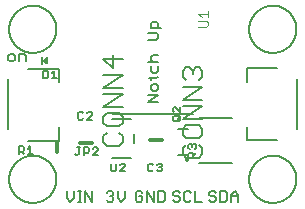
<source format=gbr>
G04 EAGLE Gerber RS-274X export*
G75*
%MOMM*%
%FSLAX34Y34*%
%LPD*%
%INSilkscreen Top*%
%IPPOS*%
%AMOC8*
5,1,8,0,0,1.08239X$1,22.5*%
G01*
%ADD10C,0.152400*%
%ADD11C,0.127000*%
%ADD12C,0.304800*%
%ADD13C,0.203200*%
%ADD14R,0.127000X0.762000*%
%ADD15C,0.101600*%

G36*
X-89642Y-3298D02*
X-89642Y-3298D01*
X-89623Y-3300D01*
X-89531Y-3280D01*
X-89438Y-3268D01*
X-89429Y-3263D01*
X-89419Y-3261D01*
X-89402Y-3252D01*
X-89382Y-3248D01*
X-89302Y-3200D01*
X-89218Y-3158D01*
X-89211Y-3151D01*
X-89202Y-3146D01*
X-89188Y-3132D01*
X-89171Y-3122D01*
X-89110Y-3050D01*
X-89044Y-2984D01*
X-89039Y-2975D01*
X-89033Y-2968D01*
X-89024Y-2950D01*
X-89011Y-2935D01*
X-88976Y-2848D01*
X-88934Y-2764D01*
X-88933Y-2754D01*
X-88929Y-2745D01*
X-88927Y-2725D01*
X-88919Y-2707D01*
X-88901Y-2540D01*
X-88901Y2540D01*
X-88906Y2569D01*
X-88903Y2599D01*
X-88925Y2690D01*
X-88941Y2783D01*
X-88954Y2809D01*
X-88961Y2838D01*
X-89012Y2917D01*
X-89056Y3000D01*
X-89077Y3021D01*
X-89093Y3046D01*
X-89166Y3105D01*
X-89234Y3170D01*
X-89261Y3182D01*
X-89284Y3201D01*
X-89372Y3234D01*
X-89457Y3273D01*
X-89487Y3276D01*
X-89514Y3287D01*
X-89608Y3290D01*
X-89701Y3300D01*
X-89731Y3294D01*
X-89760Y3295D01*
X-89850Y3268D01*
X-89942Y3248D01*
X-89967Y3233D01*
X-89996Y3224D01*
X-90138Y3134D01*
X-93313Y594D01*
X-93382Y517D01*
X-93455Y444D01*
X-93464Y427D01*
X-93477Y412D01*
X-93519Y316D01*
X-93565Y224D01*
X-93567Y204D01*
X-93575Y186D01*
X-93584Y83D01*
X-93598Y-20D01*
X-93594Y-39D01*
X-93596Y-59D01*
X-93571Y-160D01*
X-93552Y-262D01*
X-93542Y-279D01*
X-93538Y-298D01*
X-93482Y-386D01*
X-93431Y-476D01*
X-93414Y-493D01*
X-93406Y-506D01*
X-93381Y-526D01*
X-93313Y-594D01*
X-90138Y-3134D01*
X-90112Y-3149D01*
X-90090Y-3170D01*
X-90072Y-3178D01*
X-90057Y-3191D01*
X-89988Y-3219D01*
X-89923Y-3255D01*
X-89894Y-3261D01*
X-89867Y-3273D01*
X-89847Y-3275D01*
X-89829Y-3283D01*
X-89706Y-3296D01*
X-89682Y-3301D01*
X-89674Y-3300D01*
X-89662Y-3301D01*
X-89642Y-3298D01*
G37*
D10*
X-72672Y-110610D02*
X-72672Y-116372D01*
X-69790Y-119253D01*
X-66909Y-116372D01*
X-66909Y-110610D01*
X-63316Y-119253D02*
X-60435Y-119253D01*
X-61876Y-119253D02*
X-61876Y-110610D01*
X-63316Y-110610D02*
X-60435Y-110610D01*
X-57080Y-110610D02*
X-57080Y-119253D01*
X-51317Y-119253D02*
X-57080Y-110610D01*
X-51317Y-110610D02*
X-51317Y-119253D01*
X-39073Y-112050D02*
X-37633Y-110610D01*
X-34752Y-110610D01*
X-33311Y-112050D01*
X-33311Y-113491D01*
X-34752Y-114931D01*
X-36192Y-114931D01*
X-34752Y-114931D02*
X-33311Y-116372D01*
X-33311Y-117812D01*
X-34752Y-119253D01*
X-37633Y-119253D01*
X-39073Y-117812D01*
X-29718Y-116372D02*
X-29718Y-110610D01*
X-29718Y-116372D02*
X-26837Y-119253D01*
X-23956Y-116372D01*
X-23956Y-110610D01*
X-10219Y-110610D02*
X-8779Y-112050D01*
X-10219Y-110610D02*
X-13100Y-110610D01*
X-14541Y-112050D01*
X-14541Y-117812D01*
X-13100Y-119253D01*
X-10219Y-119253D01*
X-8779Y-117812D01*
X-8779Y-114931D01*
X-11660Y-114931D01*
X-5186Y-110610D02*
X-5186Y-119253D01*
X577Y-119253D02*
X-5186Y-110610D01*
X577Y-110610D02*
X577Y-119253D01*
X4170Y-119253D02*
X4170Y-110610D01*
X4170Y-119253D02*
X8491Y-119253D01*
X9932Y-117812D01*
X9932Y-112050D01*
X8491Y-110610D01*
X4170Y-110610D01*
X21531Y-110610D02*
X22971Y-112050D01*
X21531Y-110610D02*
X18650Y-110610D01*
X17209Y-112050D01*
X17209Y-113491D01*
X18650Y-114931D01*
X21531Y-114931D01*
X22971Y-116372D01*
X22971Y-117812D01*
X21531Y-119253D01*
X18650Y-119253D01*
X17209Y-117812D01*
X30886Y-110610D02*
X32327Y-112050D01*
X30886Y-110610D02*
X28005Y-110610D01*
X26564Y-112050D01*
X26564Y-117812D01*
X28005Y-119253D01*
X30886Y-119253D01*
X32327Y-117812D01*
X35920Y-119253D02*
X35920Y-110610D01*
X35920Y-119253D02*
X41682Y-119253D01*
X52011Y-110610D02*
X53451Y-112050D01*
X52011Y-110610D02*
X49130Y-110610D01*
X47689Y-112050D01*
X47689Y-113491D01*
X49130Y-114931D01*
X52011Y-114931D01*
X53451Y-116372D01*
X53451Y-117812D01*
X52011Y-119253D01*
X49130Y-119253D01*
X47689Y-117812D01*
X57044Y-119253D02*
X57044Y-110610D01*
X57044Y-119253D02*
X61366Y-119253D01*
X62807Y-117812D01*
X62807Y-112050D01*
X61366Y-110610D01*
X57044Y-110610D01*
X66400Y-113491D02*
X66400Y-119253D01*
X66400Y-113491D02*
X69281Y-110610D01*
X72162Y-113491D01*
X72162Y-119253D01*
X72162Y-114931D02*
X66400Y-114931D01*
D11*
X-118106Y-635D02*
X-121072Y-635D01*
X-118106Y-635D02*
X-116623Y848D01*
X-116623Y3814D01*
X-118106Y5297D01*
X-121072Y5297D01*
X-122555Y3814D01*
X-122555Y848D01*
X-121072Y-635D01*
X-113200Y-635D02*
X-113200Y5297D01*
X-108751Y5297D01*
X-107268Y3814D01*
X-107268Y-635D01*
D10*
X-4325Y-35100D02*
X4318Y-35100D01*
X4318Y-29337D02*
X-4325Y-35100D01*
X-4325Y-29337D02*
X4318Y-29337D01*
X4318Y-24304D02*
X4318Y-21423D01*
X2877Y-19982D01*
X-4Y-19982D01*
X-1444Y-21423D01*
X-1444Y-24304D01*
X-4Y-25744D01*
X2877Y-25744D01*
X4318Y-24304D01*
X2877Y-14949D02*
X-2885Y-14949D01*
X2877Y-14949D02*
X4318Y-13508D01*
X-1444Y-13508D02*
X-1444Y-16389D01*
X-1444Y-8712D02*
X-1444Y-4390D01*
X-1444Y-8712D02*
X-4Y-10152D01*
X2877Y-10152D01*
X4318Y-8712D01*
X4318Y-4390D01*
X4318Y-797D02*
X-4325Y-797D01*
X-1444Y643D02*
X-4Y-797D01*
X-1444Y643D02*
X-1444Y3524D01*
X-4Y4965D01*
X4318Y4965D01*
X2877Y17913D02*
X-4325Y17913D01*
X2877Y17913D02*
X4318Y19354D01*
X4318Y22235D01*
X2877Y23675D01*
X-4325Y23675D01*
X-1444Y27268D02*
X7199Y27268D01*
X-1444Y27268D02*
X-1444Y31590D01*
X-4Y33031D01*
X2877Y33031D01*
X4318Y31590D01*
X4318Y27268D01*
D12*
X-51435Y-69850D02*
X-61595Y-69850D01*
D10*
X-58967Y-44530D02*
X-60068Y-43428D01*
X-62271Y-43428D01*
X-63373Y-44530D01*
X-63373Y-48936D01*
X-62271Y-50038D01*
X-60068Y-50038D01*
X-58967Y-48936D01*
X-55889Y-50038D02*
X-51482Y-50038D01*
X-51482Y-45632D02*
X-55889Y-50038D01*
X-51482Y-45632D02*
X-51482Y-44530D01*
X-52584Y-43428D01*
X-54787Y-43428D01*
X-55889Y-44530D01*
D13*
X-34670Y-49540D02*
X-18670Y-49540D01*
X-18670Y-82540D02*
X-34670Y-82540D01*
X-16170Y-70040D02*
X-16170Y-62040D01*
D10*
X-35256Y-87116D02*
X-35256Y-92624D01*
X-34155Y-93726D01*
X-31952Y-93726D01*
X-30850Y-92624D01*
X-30850Y-87116D01*
X-27772Y-93726D02*
X-23366Y-93726D01*
X-27772Y-93726D02*
X-23366Y-89320D01*
X-23366Y-88218D01*
X-24467Y-87116D01*
X-26671Y-87116D01*
X-27772Y-88218D01*
D12*
X-2540Y-67310D02*
X7620Y-67310D01*
D10*
X-742Y-87116D02*
X360Y-88218D01*
X-742Y-87116D02*
X-2945Y-87116D01*
X-4046Y-88218D01*
X-4046Y-92624D01*
X-2945Y-93726D01*
X-742Y-93726D01*
X360Y-92624D01*
X3438Y-88218D02*
X4539Y-87116D01*
X6743Y-87116D01*
X7844Y-88218D01*
X7844Y-89320D01*
X6743Y-90421D01*
X5641Y-90421D01*
X6743Y-90421D02*
X7844Y-91523D01*
X7844Y-92624D01*
X6743Y-93726D01*
X4539Y-93726D01*
X3438Y-92624D01*
D13*
X39340Y-48310D02*
X67340Y-48310D01*
X67340Y-86310D02*
X39340Y-86310D01*
D10*
X36578Y-82548D02*
X29968Y-82548D01*
X29968Y-79243D01*
X31070Y-78142D01*
X33273Y-78142D01*
X34375Y-79243D01*
X34375Y-82548D01*
X34375Y-80345D02*
X36578Y-78142D01*
X31070Y-75064D02*
X29968Y-73962D01*
X29968Y-71759D01*
X31070Y-70657D01*
X32172Y-70657D01*
X33273Y-71759D01*
X33273Y-72861D01*
X33273Y-71759D02*
X34375Y-70657D01*
X35476Y-70657D01*
X36578Y-71759D01*
X36578Y-73962D01*
X35476Y-75064D01*
D13*
X29900Y-79580D02*
X20900Y-79580D01*
X20900Y-57580D02*
X29900Y-57580D01*
X27900Y-83580D02*
X27902Y-83517D01*
X27908Y-83455D01*
X27918Y-83393D01*
X27931Y-83331D01*
X27949Y-83271D01*
X27970Y-83212D01*
X27995Y-83154D01*
X28024Y-83098D01*
X28056Y-83044D01*
X28091Y-82992D01*
X28129Y-82943D01*
X28171Y-82895D01*
X28215Y-82851D01*
X28263Y-82809D01*
X28312Y-82771D01*
X28364Y-82736D01*
X28418Y-82704D01*
X28474Y-82675D01*
X28532Y-82650D01*
X28591Y-82629D01*
X28651Y-82611D01*
X28713Y-82598D01*
X28775Y-82588D01*
X28837Y-82582D01*
X28900Y-82580D01*
X28963Y-82582D01*
X29025Y-82588D01*
X29087Y-82598D01*
X29149Y-82611D01*
X29209Y-82629D01*
X29268Y-82650D01*
X29326Y-82675D01*
X29382Y-82704D01*
X29436Y-82736D01*
X29488Y-82771D01*
X29537Y-82809D01*
X29585Y-82851D01*
X29629Y-82895D01*
X29671Y-82943D01*
X29709Y-82992D01*
X29744Y-83044D01*
X29776Y-83098D01*
X29805Y-83154D01*
X29830Y-83212D01*
X29851Y-83271D01*
X29869Y-83331D01*
X29882Y-83393D01*
X29892Y-83455D01*
X29898Y-83517D01*
X29900Y-83580D01*
X29898Y-83643D01*
X29892Y-83705D01*
X29882Y-83767D01*
X29869Y-83829D01*
X29851Y-83889D01*
X29830Y-83948D01*
X29805Y-84006D01*
X29776Y-84062D01*
X29744Y-84116D01*
X29709Y-84168D01*
X29671Y-84217D01*
X29629Y-84265D01*
X29585Y-84309D01*
X29537Y-84351D01*
X29488Y-84389D01*
X29436Y-84424D01*
X29382Y-84456D01*
X29326Y-84485D01*
X29268Y-84510D01*
X29209Y-84531D01*
X29149Y-84549D01*
X29087Y-84562D01*
X29025Y-84572D01*
X28963Y-84578D01*
X28900Y-84580D01*
X28837Y-84578D01*
X28775Y-84572D01*
X28713Y-84562D01*
X28651Y-84549D01*
X28591Y-84531D01*
X28532Y-84510D01*
X28474Y-84485D01*
X28418Y-84456D01*
X28364Y-84424D01*
X28312Y-84389D01*
X28263Y-84351D01*
X28215Y-84309D01*
X28171Y-84265D01*
X28129Y-84217D01*
X28091Y-84168D01*
X28056Y-84116D01*
X28024Y-84062D01*
X27995Y-84006D01*
X27970Y-83948D01*
X27949Y-83889D01*
X27931Y-83829D01*
X27918Y-83767D01*
X27908Y-83705D01*
X27902Y-83643D01*
X27900Y-83580D01*
D10*
X22266Y-51308D02*
X17860Y-51308D01*
X16758Y-50206D01*
X16758Y-48003D01*
X17860Y-46902D01*
X22266Y-46902D01*
X23368Y-48003D01*
X23368Y-50206D01*
X22266Y-51308D01*
X21165Y-49105D02*
X23368Y-46902D01*
X23368Y-43824D02*
X23368Y-39417D01*
X18962Y-39417D02*
X23368Y-43824D01*
X18962Y-39417D02*
X17860Y-39417D01*
X16758Y-40519D01*
X16758Y-42722D01*
X17860Y-43824D01*
D13*
X-121600Y26670D02*
X-121594Y27161D01*
X-121576Y27651D01*
X-121546Y28141D01*
X-121504Y28630D01*
X-121450Y29118D01*
X-121384Y29605D01*
X-121306Y30089D01*
X-121216Y30572D01*
X-121114Y31052D01*
X-121001Y31530D01*
X-120876Y32004D01*
X-120739Y32476D01*
X-120591Y32944D01*
X-120431Y33408D01*
X-120260Y33868D01*
X-120078Y34324D01*
X-119884Y34775D01*
X-119680Y35221D01*
X-119464Y35662D01*
X-119238Y36098D01*
X-119002Y36528D01*
X-118755Y36952D01*
X-118497Y37370D01*
X-118229Y37781D01*
X-117952Y38186D01*
X-117664Y38584D01*
X-117367Y38975D01*
X-117060Y39358D01*
X-116744Y39733D01*
X-116419Y40101D01*
X-116085Y40461D01*
X-115742Y40812D01*
X-115391Y41155D01*
X-115031Y41489D01*
X-114663Y41814D01*
X-114288Y42130D01*
X-113905Y42437D01*
X-113514Y42734D01*
X-113116Y43022D01*
X-112711Y43299D01*
X-112300Y43567D01*
X-111882Y43825D01*
X-111458Y44072D01*
X-111028Y44308D01*
X-110592Y44534D01*
X-110151Y44750D01*
X-109705Y44954D01*
X-109254Y45148D01*
X-108798Y45330D01*
X-108338Y45501D01*
X-107874Y45661D01*
X-107406Y45809D01*
X-106934Y45946D01*
X-106460Y46071D01*
X-105982Y46184D01*
X-105502Y46286D01*
X-105019Y46376D01*
X-104535Y46454D01*
X-104048Y46520D01*
X-103560Y46574D01*
X-103071Y46616D01*
X-102581Y46646D01*
X-102091Y46664D01*
X-101600Y46670D01*
X-101109Y46664D01*
X-100619Y46646D01*
X-100129Y46616D01*
X-99640Y46574D01*
X-99152Y46520D01*
X-98665Y46454D01*
X-98181Y46376D01*
X-97698Y46286D01*
X-97218Y46184D01*
X-96740Y46071D01*
X-96266Y45946D01*
X-95794Y45809D01*
X-95326Y45661D01*
X-94862Y45501D01*
X-94402Y45330D01*
X-93946Y45148D01*
X-93495Y44954D01*
X-93049Y44750D01*
X-92608Y44534D01*
X-92172Y44308D01*
X-91742Y44072D01*
X-91318Y43825D01*
X-90900Y43567D01*
X-90489Y43299D01*
X-90084Y43022D01*
X-89686Y42734D01*
X-89295Y42437D01*
X-88912Y42130D01*
X-88537Y41814D01*
X-88169Y41489D01*
X-87809Y41155D01*
X-87458Y40812D01*
X-87115Y40461D01*
X-86781Y40101D01*
X-86456Y39733D01*
X-86140Y39358D01*
X-85833Y38975D01*
X-85536Y38584D01*
X-85248Y38186D01*
X-84971Y37781D01*
X-84703Y37370D01*
X-84445Y36952D01*
X-84198Y36528D01*
X-83962Y36098D01*
X-83736Y35662D01*
X-83520Y35221D01*
X-83316Y34775D01*
X-83122Y34324D01*
X-82940Y33868D01*
X-82769Y33408D01*
X-82609Y32944D01*
X-82461Y32476D01*
X-82324Y32004D01*
X-82199Y31530D01*
X-82086Y31052D01*
X-81984Y30572D01*
X-81894Y30089D01*
X-81816Y29605D01*
X-81750Y29118D01*
X-81696Y28630D01*
X-81654Y28141D01*
X-81624Y27651D01*
X-81606Y27161D01*
X-81600Y26670D01*
X-81606Y26179D01*
X-81624Y25689D01*
X-81654Y25199D01*
X-81696Y24710D01*
X-81750Y24222D01*
X-81816Y23735D01*
X-81894Y23251D01*
X-81984Y22768D01*
X-82086Y22288D01*
X-82199Y21810D01*
X-82324Y21336D01*
X-82461Y20864D01*
X-82609Y20396D01*
X-82769Y19932D01*
X-82940Y19472D01*
X-83122Y19016D01*
X-83316Y18565D01*
X-83520Y18119D01*
X-83736Y17678D01*
X-83962Y17242D01*
X-84198Y16812D01*
X-84445Y16388D01*
X-84703Y15970D01*
X-84971Y15559D01*
X-85248Y15154D01*
X-85536Y14756D01*
X-85833Y14365D01*
X-86140Y13982D01*
X-86456Y13607D01*
X-86781Y13239D01*
X-87115Y12879D01*
X-87458Y12528D01*
X-87809Y12185D01*
X-88169Y11851D01*
X-88537Y11526D01*
X-88912Y11210D01*
X-89295Y10903D01*
X-89686Y10606D01*
X-90084Y10318D01*
X-90489Y10041D01*
X-90900Y9773D01*
X-91318Y9515D01*
X-91742Y9268D01*
X-92172Y9032D01*
X-92608Y8806D01*
X-93049Y8590D01*
X-93495Y8386D01*
X-93946Y8192D01*
X-94402Y8010D01*
X-94862Y7839D01*
X-95326Y7679D01*
X-95794Y7531D01*
X-96266Y7394D01*
X-96740Y7269D01*
X-97218Y7156D01*
X-97698Y7054D01*
X-98181Y6964D01*
X-98665Y6886D01*
X-99152Y6820D01*
X-99640Y6766D01*
X-100129Y6724D01*
X-100619Y6694D01*
X-101109Y6676D01*
X-101600Y6670D01*
X-102091Y6676D01*
X-102581Y6694D01*
X-103071Y6724D01*
X-103560Y6766D01*
X-104048Y6820D01*
X-104535Y6886D01*
X-105019Y6964D01*
X-105502Y7054D01*
X-105982Y7156D01*
X-106460Y7269D01*
X-106934Y7394D01*
X-107406Y7531D01*
X-107874Y7679D01*
X-108338Y7839D01*
X-108798Y8010D01*
X-109254Y8192D01*
X-109705Y8386D01*
X-110151Y8590D01*
X-110592Y8806D01*
X-111028Y9032D01*
X-111458Y9268D01*
X-111882Y9515D01*
X-112300Y9773D01*
X-112711Y10041D01*
X-113116Y10318D01*
X-113514Y10606D01*
X-113905Y10903D01*
X-114288Y11210D01*
X-114663Y11526D01*
X-115031Y11851D01*
X-115391Y12185D01*
X-115742Y12528D01*
X-116085Y12879D01*
X-116419Y13239D01*
X-116744Y13607D01*
X-117060Y13982D01*
X-117367Y14365D01*
X-117664Y14756D01*
X-117952Y15154D01*
X-118229Y15559D01*
X-118497Y15970D01*
X-118755Y16388D01*
X-119002Y16812D01*
X-119238Y17242D01*
X-119464Y17678D01*
X-119680Y18119D01*
X-119884Y18565D01*
X-120078Y19016D01*
X-120260Y19472D01*
X-120431Y19932D01*
X-120591Y20396D01*
X-120739Y20864D01*
X-120876Y21336D01*
X-121001Y21810D01*
X-121114Y22288D01*
X-121216Y22768D01*
X-121306Y23251D01*
X-121384Y23735D01*
X-121450Y24222D01*
X-121504Y24710D01*
X-121546Y25199D01*
X-121576Y25689D01*
X-121594Y26179D01*
X-121600Y26670D01*
X81600Y26670D02*
X81606Y27161D01*
X81624Y27651D01*
X81654Y28141D01*
X81696Y28630D01*
X81750Y29118D01*
X81816Y29605D01*
X81894Y30089D01*
X81984Y30572D01*
X82086Y31052D01*
X82199Y31530D01*
X82324Y32004D01*
X82461Y32476D01*
X82609Y32944D01*
X82769Y33408D01*
X82940Y33868D01*
X83122Y34324D01*
X83316Y34775D01*
X83520Y35221D01*
X83736Y35662D01*
X83962Y36098D01*
X84198Y36528D01*
X84445Y36952D01*
X84703Y37370D01*
X84971Y37781D01*
X85248Y38186D01*
X85536Y38584D01*
X85833Y38975D01*
X86140Y39358D01*
X86456Y39733D01*
X86781Y40101D01*
X87115Y40461D01*
X87458Y40812D01*
X87809Y41155D01*
X88169Y41489D01*
X88537Y41814D01*
X88912Y42130D01*
X89295Y42437D01*
X89686Y42734D01*
X90084Y43022D01*
X90489Y43299D01*
X90900Y43567D01*
X91318Y43825D01*
X91742Y44072D01*
X92172Y44308D01*
X92608Y44534D01*
X93049Y44750D01*
X93495Y44954D01*
X93946Y45148D01*
X94402Y45330D01*
X94862Y45501D01*
X95326Y45661D01*
X95794Y45809D01*
X96266Y45946D01*
X96740Y46071D01*
X97218Y46184D01*
X97698Y46286D01*
X98181Y46376D01*
X98665Y46454D01*
X99152Y46520D01*
X99640Y46574D01*
X100129Y46616D01*
X100619Y46646D01*
X101109Y46664D01*
X101600Y46670D01*
X102091Y46664D01*
X102581Y46646D01*
X103071Y46616D01*
X103560Y46574D01*
X104048Y46520D01*
X104535Y46454D01*
X105019Y46376D01*
X105502Y46286D01*
X105982Y46184D01*
X106460Y46071D01*
X106934Y45946D01*
X107406Y45809D01*
X107874Y45661D01*
X108338Y45501D01*
X108798Y45330D01*
X109254Y45148D01*
X109705Y44954D01*
X110151Y44750D01*
X110592Y44534D01*
X111028Y44308D01*
X111458Y44072D01*
X111882Y43825D01*
X112300Y43567D01*
X112711Y43299D01*
X113116Y43022D01*
X113514Y42734D01*
X113905Y42437D01*
X114288Y42130D01*
X114663Y41814D01*
X115031Y41489D01*
X115391Y41155D01*
X115742Y40812D01*
X116085Y40461D01*
X116419Y40101D01*
X116744Y39733D01*
X117060Y39358D01*
X117367Y38975D01*
X117664Y38584D01*
X117952Y38186D01*
X118229Y37781D01*
X118497Y37370D01*
X118755Y36952D01*
X119002Y36528D01*
X119238Y36098D01*
X119464Y35662D01*
X119680Y35221D01*
X119884Y34775D01*
X120078Y34324D01*
X120260Y33868D01*
X120431Y33408D01*
X120591Y32944D01*
X120739Y32476D01*
X120876Y32004D01*
X121001Y31530D01*
X121114Y31052D01*
X121216Y30572D01*
X121306Y30089D01*
X121384Y29605D01*
X121450Y29118D01*
X121504Y28630D01*
X121546Y28141D01*
X121576Y27651D01*
X121594Y27161D01*
X121600Y26670D01*
X121594Y26179D01*
X121576Y25689D01*
X121546Y25199D01*
X121504Y24710D01*
X121450Y24222D01*
X121384Y23735D01*
X121306Y23251D01*
X121216Y22768D01*
X121114Y22288D01*
X121001Y21810D01*
X120876Y21336D01*
X120739Y20864D01*
X120591Y20396D01*
X120431Y19932D01*
X120260Y19472D01*
X120078Y19016D01*
X119884Y18565D01*
X119680Y18119D01*
X119464Y17678D01*
X119238Y17242D01*
X119002Y16812D01*
X118755Y16388D01*
X118497Y15970D01*
X118229Y15559D01*
X117952Y15154D01*
X117664Y14756D01*
X117367Y14365D01*
X117060Y13982D01*
X116744Y13607D01*
X116419Y13239D01*
X116085Y12879D01*
X115742Y12528D01*
X115391Y12185D01*
X115031Y11851D01*
X114663Y11526D01*
X114288Y11210D01*
X113905Y10903D01*
X113514Y10606D01*
X113116Y10318D01*
X112711Y10041D01*
X112300Y9773D01*
X111882Y9515D01*
X111458Y9268D01*
X111028Y9032D01*
X110592Y8806D01*
X110151Y8590D01*
X109705Y8386D01*
X109254Y8192D01*
X108798Y8010D01*
X108338Y7839D01*
X107874Y7679D01*
X107406Y7531D01*
X106934Y7394D01*
X106460Y7269D01*
X105982Y7156D01*
X105502Y7054D01*
X105019Y6964D01*
X104535Y6886D01*
X104048Y6820D01*
X103560Y6766D01*
X103071Y6724D01*
X102581Y6694D01*
X102091Y6676D01*
X101600Y6670D01*
X101109Y6676D01*
X100619Y6694D01*
X100129Y6724D01*
X99640Y6766D01*
X99152Y6820D01*
X98665Y6886D01*
X98181Y6964D01*
X97698Y7054D01*
X97218Y7156D01*
X96740Y7269D01*
X96266Y7394D01*
X95794Y7531D01*
X95326Y7679D01*
X94862Y7839D01*
X94402Y8010D01*
X93946Y8192D01*
X93495Y8386D01*
X93049Y8590D01*
X92608Y8806D01*
X92172Y9032D01*
X91742Y9268D01*
X91318Y9515D01*
X90900Y9773D01*
X90489Y10041D01*
X90084Y10318D01*
X89686Y10606D01*
X89295Y10903D01*
X88912Y11210D01*
X88537Y11526D01*
X88169Y11851D01*
X87809Y12185D01*
X87458Y12528D01*
X87115Y12879D01*
X86781Y13239D01*
X86456Y13607D01*
X86140Y13982D01*
X85833Y14365D01*
X85536Y14756D01*
X85248Y15154D01*
X84971Y15559D01*
X84703Y15970D01*
X84445Y16388D01*
X84198Y16812D01*
X83962Y17242D01*
X83736Y17678D01*
X83520Y18119D01*
X83316Y18565D01*
X83122Y19016D01*
X82940Y19472D01*
X82769Y19932D01*
X82609Y20396D01*
X82461Y20864D01*
X82324Y21336D01*
X82199Y21810D01*
X82086Y22288D01*
X81984Y22768D01*
X81894Y23251D01*
X81816Y23735D01*
X81750Y24222D01*
X81696Y24710D01*
X81654Y25199D01*
X81624Y25689D01*
X81606Y26179D01*
X81600Y26670D01*
D10*
X79460Y-66830D02*
X105460Y-66830D01*
X79460Y-66830D02*
X79460Y-55830D01*
X79460Y-17830D02*
X79460Y-5830D01*
X105460Y-5830D01*
X122460Y-15830D02*
X122460Y-57830D01*
X28280Y-71221D02*
X25568Y-73933D01*
X25568Y-79356D01*
X28280Y-82068D01*
X39126Y-82068D01*
X41838Y-79356D01*
X41838Y-73933D01*
X39126Y-71221D01*
X25568Y-62985D02*
X25568Y-57562D01*
X25568Y-62985D02*
X28280Y-65696D01*
X39126Y-65696D01*
X41838Y-62985D01*
X41838Y-57562D01*
X39126Y-54850D01*
X28280Y-54850D01*
X25568Y-57562D01*
X25568Y-49325D02*
X41838Y-49325D01*
X41838Y-38478D02*
X25568Y-49325D01*
X25568Y-38478D02*
X41838Y-38478D01*
X41838Y-32953D02*
X25568Y-32953D01*
X41838Y-22107D01*
X25568Y-22107D01*
X28280Y-16582D02*
X25568Y-13870D01*
X25568Y-8447D01*
X28280Y-5735D01*
X30991Y-5735D01*
X33703Y-8447D01*
X33703Y-11158D01*
X33703Y-8447D02*
X36415Y-5735D01*
X39126Y-5735D01*
X41838Y-8447D01*
X41838Y-13870D01*
X39126Y-16582D01*
X-79460Y-6830D02*
X-105460Y-6830D01*
X-79460Y-6830D02*
X-79460Y-17830D01*
X-79460Y-55830D02*
X-79460Y-67830D01*
X-105460Y-67830D01*
X-122460Y-57830D02*
X-122460Y-15830D01*
X-41852Y-63791D02*
X-39140Y-61079D01*
X-41852Y-63791D02*
X-41852Y-69214D01*
X-39140Y-71926D01*
X-28294Y-71926D01*
X-25582Y-69214D01*
X-25582Y-63791D01*
X-28294Y-61079D01*
X-41852Y-52843D02*
X-41852Y-47419D01*
X-41852Y-52843D02*
X-39140Y-55554D01*
X-28294Y-55554D01*
X-25582Y-52843D01*
X-25582Y-47419D01*
X-28294Y-44708D01*
X-39140Y-44708D01*
X-41852Y-47419D01*
X-41852Y-39183D02*
X-25582Y-39183D01*
X-25582Y-28336D02*
X-41852Y-39183D01*
X-41852Y-28336D02*
X-25582Y-28336D01*
X-25582Y-22811D02*
X-41852Y-22811D01*
X-25582Y-11965D01*
X-41852Y-11965D01*
X-41852Y1695D02*
X-25582Y1695D01*
X-33717Y-6440D02*
X-41852Y1695D01*
X-33717Y4407D02*
X-33717Y-6440D01*
D13*
X-121600Y-100330D02*
X-121594Y-99839D01*
X-121576Y-99349D01*
X-121546Y-98859D01*
X-121504Y-98370D01*
X-121450Y-97882D01*
X-121384Y-97395D01*
X-121306Y-96911D01*
X-121216Y-96428D01*
X-121114Y-95948D01*
X-121001Y-95470D01*
X-120876Y-94996D01*
X-120739Y-94524D01*
X-120591Y-94056D01*
X-120431Y-93592D01*
X-120260Y-93132D01*
X-120078Y-92676D01*
X-119884Y-92225D01*
X-119680Y-91779D01*
X-119464Y-91338D01*
X-119238Y-90902D01*
X-119002Y-90472D01*
X-118755Y-90048D01*
X-118497Y-89630D01*
X-118229Y-89219D01*
X-117952Y-88814D01*
X-117664Y-88416D01*
X-117367Y-88025D01*
X-117060Y-87642D01*
X-116744Y-87267D01*
X-116419Y-86899D01*
X-116085Y-86539D01*
X-115742Y-86188D01*
X-115391Y-85845D01*
X-115031Y-85511D01*
X-114663Y-85186D01*
X-114288Y-84870D01*
X-113905Y-84563D01*
X-113514Y-84266D01*
X-113116Y-83978D01*
X-112711Y-83701D01*
X-112300Y-83433D01*
X-111882Y-83175D01*
X-111458Y-82928D01*
X-111028Y-82692D01*
X-110592Y-82466D01*
X-110151Y-82250D01*
X-109705Y-82046D01*
X-109254Y-81852D01*
X-108798Y-81670D01*
X-108338Y-81499D01*
X-107874Y-81339D01*
X-107406Y-81191D01*
X-106934Y-81054D01*
X-106460Y-80929D01*
X-105982Y-80816D01*
X-105502Y-80714D01*
X-105019Y-80624D01*
X-104535Y-80546D01*
X-104048Y-80480D01*
X-103560Y-80426D01*
X-103071Y-80384D01*
X-102581Y-80354D01*
X-102091Y-80336D01*
X-101600Y-80330D01*
X-101109Y-80336D01*
X-100619Y-80354D01*
X-100129Y-80384D01*
X-99640Y-80426D01*
X-99152Y-80480D01*
X-98665Y-80546D01*
X-98181Y-80624D01*
X-97698Y-80714D01*
X-97218Y-80816D01*
X-96740Y-80929D01*
X-96266Y-81054D01*
X-95794Y-81191D01*
X-95326Y-81339D01*
X-94862Y-81499D01*
X-94402Y-81670D01*
X-93946Y-81852D01*
X-93495Y-82046D01*
X-93049Y-82250D01*
X-92608Y-82466D01*
X-92172Y-82692D01*
X-91742Y-82928D01*
X-91318Y-83175D01*
X-90900Y-83433D01*
X-90489Y-83701D01*
X-90084Y-83978D01*
X-89686Y-84266D01*
X-89295Y-84563D01*
X-88912Y-84870D01*
X-88537Y-85186D01*
X-88169Y-85511D01*
X-87809Y-85845D01*
X-87458Y-86188D01*
X-87115Y-86539D01*
X-86781Y-86899D01*
X-86456Y-87267D01*
X-86140Y-87642D01*
X-85833Y-88025D01*
X-85536Y-88416D01*
X-85248Y-88814D01*
X-84971Y-89219D01*
X-84703Y-89630D01*
X-84445Y-90048D01*
X-84198Y-90472D01*
X-83962Y-90902D01*
X-83736Y-91338D01*
X-83520Y-91779D01*
X-83316Y-92225D01*
X-83122Y-92676D01*
X-82940Y-93132D01*
X-82769Y-93592D01*
X-82609Y-94056D01*
X-82461Y-94524D01*
X-82324Y-94996D01*
X-82199Y-95470D01*
X-82086Y-95948D01*
X-81984Y-96428D01*
X-81894Y-96911D01*
X-81816Y-97395D01*
X-81750Y-97882D01*
X-81696Y-98370D01*
X-81654Y-98859D01*
X-81624Y-99349D01*
X-81606Y-99839D01*
X-81600Y-100330D01*
X-81606Y-100821D01*
X-81624Y-101311D01*
X-81654Y-101801D01*
X-81696Y-102290D01*
X-81750Y-102778D01*
X-81816Y-103265D01*
X-81894Y-103749D01*
X-81984Y-104232D01*
X-82086Y-104712D01*
X-82199Y-105190D01*
X-82324Y-105664D01*
X-82461Y-106136D01*
X-82609Y-106604D01*
X-82769Y-107068D01*
X-82940Y-107528D01*
X-83122Y-107984D01*
X-83316Y-108435D01*
X-83520Y-108881D01*
X-83736Y-109322D01*
X-83962Y-109758D01*
X-84198Y-110188D01*
X-84445Y-110612D01*
X-84703Y-111030D01*
X-84971Y-111441D01*
X-85248Y-111846D01*
X-85536Y-112244D01*
X-85833Y-112635D01*
X-86140Y-113018D01*
X-86456Y-113393D01*
X-86781Y-113761D01*
X-87115Y-114121D01*
X-87458Y-114472D01*
X-87809Y-114815D01*
X-88169Y-115149D01*
X-88537Y-115474D01*
X-88912Y-115790D01*
X-89295Y-116097D01*
X-89686Y-116394D01*
X-90084Y-116682D01*
X-90489Y-116959D01*
X-90900Y-117227D01*
X-91318Y-117485D01*
X-91742Y-117732D01*
X-92172Y-117968D01*
X-92608Y-118194D01*
X-93049Y-118410D01*
X-93495Y-118614D01*
X-93946Y-118808D01*
X-94402Y-118990D01*
X-94862Y-119161D01*
X-95326Y-119321D01*
X-95794Y-119469D01*
X-96266Y-119606D01*
X-96740Y-119731D01*
X-97218Y-119844D01*
X-97698Y-119946D01*
X-98181Y-120036D01*
X-98665Y-120114D01*
X-99152Y-120180D01*
X-99640Y-120234D01*
X-100129Y-120276D01*
X-100619Y-120306D01*
X-101109Y-120324D01*
X-101600Y-120330D01*
X-102091Y-120324D01*
X-102581Y-120306D01*
X-103071Y-120276D01*
X-103560Y-120234D01*
X-104048Y-120180D01*
X-104535Y-120114D01*
X-105019Y-120036D01*
X-105502Y-119946D01*
X-105982Y-119844D01*
X-106460Y-119731D01*
X-106934Y-119606D01*
X-107406Y-119469D01*
X-107874Y-119321D01*
X-108338Y-119161D01*
X-108798Y-118990D01*
X-109254Y-118808D01*
X-109705Y-118614D01*
X-110151Y-118410D01*
X-110592Y-118194D01*
X-111028Y-117968D01*
X-111458Y-117732D01*
X-111882Y-117485D01*
X-112300Y-117227D01*
X-112711Y-116959D01*
X-113116Y-116682D01*
X-113514Y-116394D01*
X-113905Y-116097D01*
X-114288Y-115790D01*
X-114663Y-115474D01*
X-115031Y-115149D01*
X-115391Y-114815D01*
X-115742Y-114472D01*
X-116085Y-114121D01*
X-116419Y-113761D01*
X-116744Y-113393D01*
X-117060Y-113018D01*
X-117367Y-112635D01*
X-117664Y-112244D01*
X-117952Y-111846D01*
X-118229Y-111441D01*
X-118497Y-111030D01*
X-118755Y-110612D01*
X-119002Y-110188D01*
X-119238Y-109758D01*
X-119464Y-109322D01*
X-119680Y-108881D01*
X-119884Y-108435D01*
X-120078Y-107984D01*
X-120260Y-107528D01*
X-120431Y-107068D01*
X-120591Y-106604D01*
X-120739Y-106136D01*
X-120876Y-105664D01*
X-121001Y-105190D01*
X-121114Y-104712D01*
X-121216Y-104232D01*
X-121306Y-103749D01*
X-121384Y-103265D01*
X-121450Y-102778D01*
X-121504Y-102290D01*
X-121546Y-101801D01*
X-121576Y-101311D01*
X-121594Y-100821D01*
X-121600Y-100330D01*
X81600Y-100330D02*
X81606Y-99839D01*
X81624Y-99349D01*
X81654Y-98859D01*
X81696Y-98370D01*
X81750Y-97882D01*
X81816Y-97395D01*
X81894Y-96911D01*
X81984Y-96428D01*
X82086Y-95948D01*
X82199Y-95470D01*
X82324Y-94996D01*
X82461Y-94524D01*
X82609Y-94056D01*
X82769Y-93592D01*
X82940Y-93132D01*
X83122Y-92676D01*
X83316Y-92225D01*
X83520Y-91779D01*
X83736Y-91338D01*
X83962Y-90902D01*
X84198Y-90472D01*
X84445Y-90048D01*
X84703Y-89630D01*
X84971Y-89219D01*
X85248Y-88814D01*
X85536Y-88416D01*
X85833Y-88025D01*
X86140Y-87642D01*
X86456Y-87267D01*
X86781Y-86899D01*
X87115Y-86539D01*
X87458Y-86188D01*
X87809Y-85845D01*
X88169Y-85511D01*
X88537Y-85186D01*
X88912Y-84870D01*
X89295Y-84563D01*
X89686Y-84266D01*
X90084Y-83978D01*
X90489Y-83701D01*
X90900Y-83433D01*
X91318Y-83175D01*
X91742Y-82928D01*
X92172Y-82692D01*
X92608Y-82466D01*
X93049Y-82250D01*
X93495Y-82046D01*
X93946Y-81852D01*
X94402Y-81670D01*
X94862Y-81499D01*
X95326Y-81339D01*
X95794Y-81191D01*
X96266Y-81054D01*
X96740Y-80929D01*
X97218Y-80816D01*
X97698Y-80714D01*
X98181Y-80624D01*
X98665Y-80546D01*
X99152Y-80480D01*
X99640Y-80426D01*
X100129Y-80384D01*
X100619Y-80354D01*
X101109Y-80336D01*
X101600Y-80330D01*
X102091Y-80336D01*
X102581Y-80354D01*
X103071Y-80384D01*
X103560Y-80426D01*
X104048Y-80480D01*
X104535Y-80546D01*
X105019Y-80624D01*
X105502Y-80714D01*
X105982Y-80816D01*
X106460Y-80929D01*
X106934Y-81054D01*
X107406Y-81191D01*
X107874Y-81339D01*
X108338Y-81499D01*
X108798Y-81670D01*
X109254Y-81852D01*
X109705Y-82046D01*
X110151Y-82250D01*
X110592Y-82466D01*
X111028Y-82692D01*
X111458Y-82928D01*
X111882Y-83175D01*
X112300Y-83433D01*
X112711Y-83701D01*
X113116Y-83978D01*
X113514Y-84266D01*
X113905Y-84563D01*
X114288Y-84870D01*
X114663Y-85186D01*
X115031Y-85511D01*
X115391Y-85845D01*
X115742Y-86188D01*
X116085Y-86539D01*
X116419Y-86899D01*
X116744Y-87267D01*
X117060Y-87642D01*
X117367Y-88025D01*
X117664Y-88416D01*
X117952Y-88814D01*
X118229Y-89219D01*
X118497Y-89630D01*
X118755Y-90048D01*
X119002Y-90472D01*
X119238Y-90902D01*
X119464Y-91338D01*
X119680Y-91779D01*
X119884Y-92225D01*
X120078Y-92676D01*
X120260Y-93132D01*
X120431Y-93592D01*
X120591Y-94056D01*
X120739Y-94524D01*
X120876Y-94996D01*
X121001Y-95470D01*
X121114Y-95948D01*
X121216Y-96428D01*
X121306Y-96911D01*
X121384Y-97395D01*
X121450Y-97882D01*
X121504Y-98370D01*
X121546Y-98859D01*
X121576Y-99349D01*
X121594Y-99839D01*
X121600Y-100330D01*
X121594Y-100821D01*
X121576Y-101311D01*
X121546Y-101801D01*
X121504Y-102290D01*
X121450Y-102778D01*
X121384Y-103265D01*
X121306Y-103749D01*
X121216Y-104232D01*
X121114Y-104712D01*
X121001Y-105190D01*
X120876Y-105664D01*
X120739Y-106136D01*
X120591Y-106604D01*
X120431Y-107068D01*
X120260Y-107528D01*
X120078Y-107984D01*
X119884Y-108435D01*
X119680Y-108881D01*
X119464Y-109322D01*
X119238Y-109758D01*
X119002Y-110188D01*
X118755Y-110612D01*
X118497Y-111030D01*
X118229Y-111441D01*
X117952Y-111846D01*
X117664Y-112244D01*
X117367Y-112635D01*
X117060Y-113018D01*
X116744Y-113393D01*
X116419Y-113761D01*
X116085Y-114121D01*
X115742Y-114472D01*
X115391Y-114815D01*
X115031Y-115149D01*
X114663Y-115474D01*
X114288Y-115790D01*
X113905Y-116097D01*
X113514Y-116394D01*
X113116Y-116682D01*
X112711Y-116959D01*
X112300Y-117227D01*
X111882Y-117485D01*
X111458Y-117732D01*
X111028Y-117968D01*
X110592Y-118194D01*
X110151Y-118410D01*
X109705Y-118614D01*
X109254Y-118808D01*
X108798Y-118990D01*
X108338Y-119161D01*
X107874Y-119321D01*
X107406Y-119469D01*
X106934Y-119606D01*
X106460Y-119731D01*
X105982Y-119844D01*
X105502Y-119946D01*
X105019Y-120036D01*
X104535Y-120114D01*
X104048Y-120180D01*
X103560Y-120234D01*
X103071Y-120276D01*
X102581Y-120306D01*
X102091Y-120324D01*
X101600Y-120330D01*
X101109Y-120324D01*
X100619Y-120306D01*
X100129Y-120276D01*
X99640Y-120234D01*
X99152Y-120180D01*
X98665Y-120114D01*
X98181Y-120036D01*
X97698Y-119946D01*
X97218Y-119844D01*
X96740Y-119731D01*
X96266Y-119606D01*
X95794Y-119469D01*
X95326Y-119321D01*
X94862Y-119161D01*
X94402Y-118990D01*
X93946Y-118808D01*
X93495Y-118614D01*
X93049Y-118410D01*
X92608Y-118194D01*
X92172Y-117968D01*
X91742Y-117732D01*
X91318Y-117485D01*
X90900Y-117227D01*
X90489Y-116959D01*
X90084Y-116682D01*
X89686Y-116394D01*
X89295Y-116097D01*
X88912Y-115790D01*
X88537Y-115474D01*
X88169Y-115149D01*
X87809Y-114815D01*
X87458Y-114472D01*
X87115Y-114121D01*
X86781Y-113761D01*
X86456Y-113393D01*
X86140Y-113018D01*
X85833Y-112635D01*
X85536Y-112244D01*
X85248Y-111846D01*
X84971Y-111441D01*
X84703Y-111030D01*
X84445Y-110612D01*
X84198Y-110188D01*
X83962Y-109758D01*
X83736Y-109322D01*
X83520Y-108881D01*
X83316Y-108435D01*
X83122Y-107984D01*
X82940Y-107528D01*
X82769Y-107068D01*
X82609Y-106604D01*
X82461Y-106136D01*
X82324Y-105664D01*
X82199Y-105190D01*
X82086Y-104712D01*
X81984Y-104232D01*
X81894Y-103749D01*
X81816Y-103265D01*
X81750Y-102778D01*
X81696Y-102290D01*
X81654Y-101801D01*
X81624Y-101311D01*
X81606Y-100821D01*
X81600Y-100330D01*
D14*
X-93472Y0D03*
D10*
X-92946Y-8376D02*
X-92946Y-14986D01*
X-89642Y-14986D01*
X-88540Y-13884D01*
X-88540Y-9478D01*
X-89642Y-8376D01*
X-92946Y-8376D01*
X-85462Y-10580D02*
X-83259Y-8376D01*
X-83259Y-14986D01*
X-85462Y-14986D02*
X-81056Y-14986D01*
D12*
X-81280Y-69025D02*
X-81280Y-77025D01*
D10*
X-113266Y-79121D02*
X-113266Y-72511D01*
X-109962Y-72511D01*
X-108860Y-73613D01*
X-108860Y-75816D01*
X-109962Y-76918D01*
X-113266Y-76918D01*
X-111063Y-76918D02*
X-108860Y-79121D01*
X-105782Y-74715D02*
X-103579Y-72511D01*
X-103579Y-79121D01*
X-105782Y-79121D02*
X-101376Y-79121D01*
D11*
X-34000Y-45000D02*
X34000Y-45000D01*
D15*
X38601Y28586D02*
X45169Y28586D01*
X46482Y29900D01*
X46482Y32527D01*
X45169Y33840D01*
X38601Y33840D01*
X41228Y36772D02*
X38601Y39399D01*
X46482Y39399D01*
X46482Y36772D02*
X46482Y42026D01*
D10*
X-66040Y-78908D02*
X-64938Y-80010D01*
X-63837Y-80010D01*
X-62735Y-78908D01*
X-62735Y-73400D01*
X-61634Y-73400D02*
X-63837Y-73400D01*
X-58556Y-73400D02*
X-58556Y-80010D01*
X-58556Y-73400D02*
X-55251Y-73400D01*
X-54149Y-74502D01*
X-54149Y-76705D01*
X-55251Y-77807D01*
X-58556Y-77807D01*
X-51072Y-80010D02*
X-46665Y-80010D01*
X-46665Y-75604D02*
X-51072Y-80010D01*
X-46665Y-75604D02*
X-46665Y-74502D01*
X-47767Y-73400D01*
X-49970Y-73400D01*
X-51072Y-74502D01*
M02*

</source>
